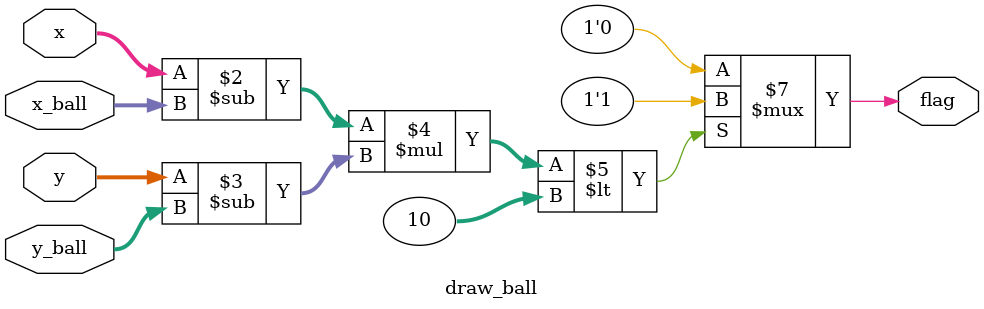
<source format=v>
module draw_ball(x,y, x_ball, y_ball, flag);
input [9:0] x,y;
input [9:0] x_ball, y_ball;
output flag;
reg flag;
always@(x or y or x_ball or y_ball)
begin
	if((x-x_ball)*(y-y_ball)< 10 )
	flag<=1;
	else flag<=0;
end

endmodule
</source>
